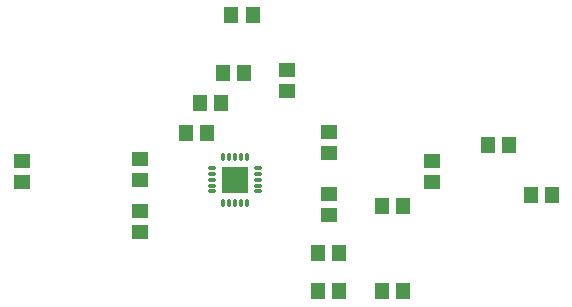
<source format=gbp>
G04*
G04 #@! TF.GenerationSoftware,Altium Limited,Altium Designer,20.0.2 (26)*
G04*
G04 Layer_Color=128*
%FSLAX25Y25*%
%MOIN*%
G70*
G01*
G75*
%ADD14R,0.04567X0.05787*%
%ADD17R,0.05787X0.04567*%
%ADD56O,0.01102X0.03150*%
%ADD57O,0.03150X0.01102*%
%ADD58R,0.09055X0.09055*%
D14*
X173760Y179528D02*
D03*
X180768D02*
D03*
X241299Y145276D02*
D03*
X234291D02*
D03*
X283996Y148900D02*
D03*
X291004D02*
D03*
X269823Y165748D02*
D03*
X276831D02*
D03*
X213032Y129724D02*
D03*
X220039D02*
D03*
Y116929D02*
D03*
X213032D02*
D03*
X234291D02*
D03*
X241299D02*
D03*
X176043Y169685D02*
D03*
X169035D02*
D03*
X188248Y189665D02*
D03*
X181240D02*
D03*
X191201Y208760D02*
D03*
X184193D02*
D03*
D17*
X114469Y153189D02*
D03*
Y160197D02*
D03*
X153543Y160984D02*
D03*
Y153976D02*
D03*
X202756Y190512D02*
D03*
Y183504D02*
D03*
X251181Y153386D02*
D03*
Y160394D02*
D03*
X153543Y143661D02*
D03*
Y136653D02*
D03*
X216535Y142165D02*
D03*
Y149173D02*
D03*
Y162933D02*
D03*
Y169941D02*
D03*
D56*
X189272Y146358D02*
D03*
X187303D02*
D03*
X185335D02*
D03*
X183366D02*
D03*
X181398D02*
D03*
Y161713D02*
D03*
X183366D02*
D03*
X185335D02*
D03*
X187303D02*
D03*
X189272D02*
D03*
D57*
X177657Y150098D02*
D03*
Y152067D02*
D03*
Y154035D02*
D03*
Y156004D02*
D03*
Y157972D02*
D03*
X193012D02*
D03*
Y156004D02*
D03*
Y154035D02*
D03*
Y152067D02*
D03*
Y150098D02*
D03*
D58*
X185335Y154035D02*
D03*
M02*

</source>
